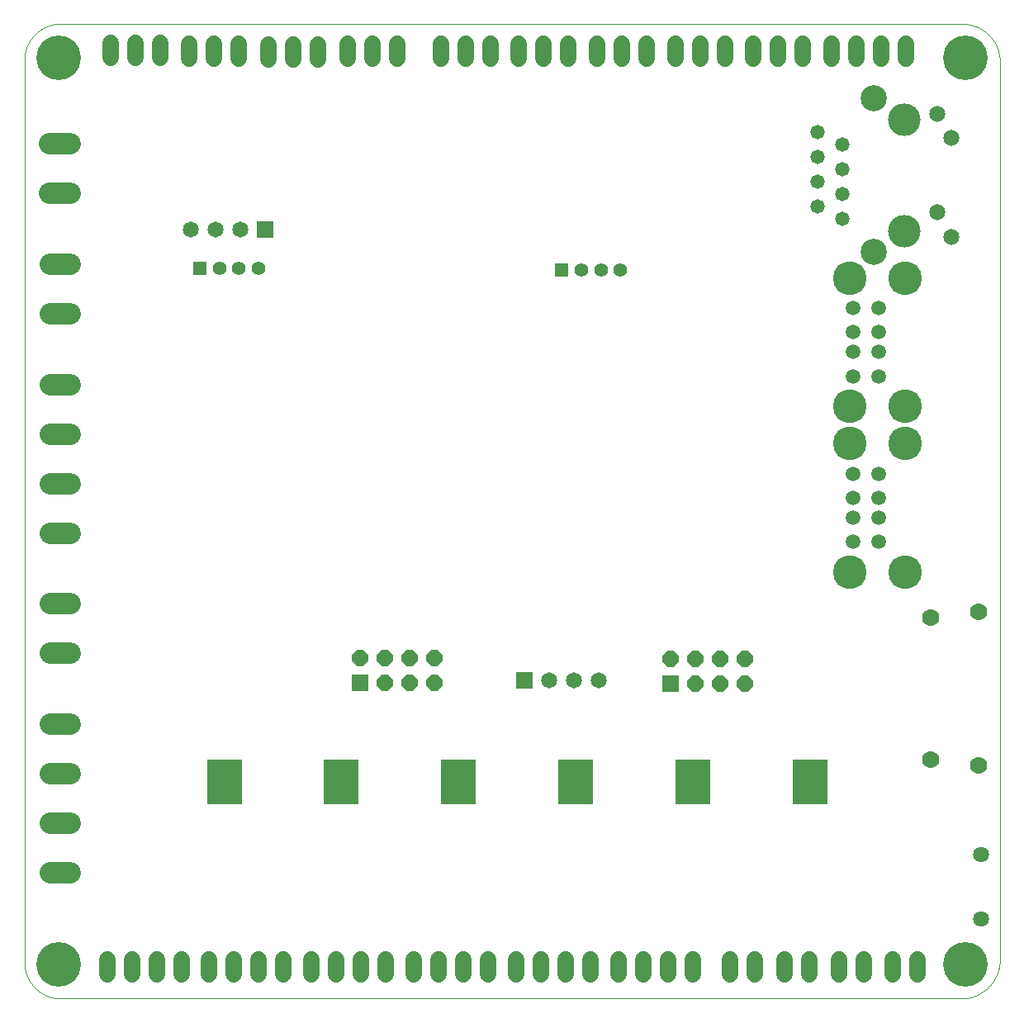
<source format=gbs>
G75*
%MOIN*%
%OFA0B0*%
%FSLAX25Y25*%
%IPPOS*%
%LPD*%
%AMOC8*
5,1,8,0,0,1.08239X$1,22.5*
%
%ADD10R,0.14370X0.18110*%
%ADD11C,0.00000*%
%ADD12C,0.06500*%
%ADD13C,0.08750*%
%ADD14C,0.06996*%
%ADD15C,0.13098*%
%ADD16C,0.05815*%
%ADD17C,0.06524*%
%ADD18C,0.10539*%
%ADD19C,0.05933*%
%ADD20C,0.13555*%
%ADD21C,0.06406*%
%ADD22R,0.06500X0.06500*%
%ADD23OC8,0.06500*%
%ADD24C,0.06500*%
%ADD25R,0.05500X0.05500*%
%ADD26C,0.05500*%
%ADD27C,0.18000*%
D10*
X0107217Y0129902D03*
X0154265Y0129902D03*
X0201509Y0129902D03*
X0248950Y0129902D03*
X0296194Y0129902D03*
X0343635Y0129902D03*
D11*
X0404363Y0042303D02*
X0040190Y0042303D01*
X0039833Y0042331D01*
X0039478Y0042368D01*
X0039123Y0042413D01*
X0038769Y0042467D01*
X0038417Y0042529D01*
X0038067Y0042600D01*
X0037718Y0042679D01*
X0037371Y0042767D01*
X0037027Y0042863D01*
X0036685Y0042967D01*
X0036346Y0043080D01*
X0036009Y0043201D01*
X0035675Y0043330D01*
X0035345Y0043466D01*
X0035018Y0043611D01*
X0034695Y0043764D01*
X0034375Y0043924D01*
X0034060Y0044092D01*
X0033748Y0044268D01*
X0033441Y0044451D01*
X0033139Y0044642D01*
X0032841Y0044840D01*
X0032548Y0045045D01*
X0032260Y0045257D01*
X0031977Y0045475D01*
X0031700Y0045701D01*
X0031428Y0045933D01*
X0031161Y0046172D01*
X0030901Y0046417D01*
X0030647Y0046669D01*
X0030399Y0046926D01*
X0030157Y0047189D01*
X0029921Y0047458D01*
X0029692Y0047733D01*
X0029470Y0048013D01*
X0029255Y0048299D01*
X0029046Y0048589D01*
X0028845Y0048885D01*
X0028651Y0049185D01*
X0028464Y0049490D01*
X0028285Y0049799D01*
X0028113Y0050113D01*
X0027949Y0050431D01*
X0027792Y0050752D01*
X0027644Y0051077D01*
X0027503Y0051406D01*
X0027370Y0051738D01*
X0027245Y0052073D01*
X0027129Y0052411D01*
X0027020Y0052752D01*
X0026920Y0053095D01*
X0026828Y0053441D01*
X0026745Y0053788D01*
X0026670Y0054138D01*
X0026603Y0054489D01*
X0026545Y0054842D01*
X0026496Y0055196D01*
X0026455Y0055552D01*
X0026422Y0055908D01*
X0026399Y0056264D01*
X0026384Y0056622D01*
X0026377Y0056979D01*
X0026379Y0057337D01*
X0026390Y0057694D01*
X0026410Y0058051D01*
X0026410Y0420256D01*
X0026391Y0420608D01*
X0026380Y0420961D01*
X0026377Y0421313D01*
X0026383Y0421666D01*
X0026398Y0422019D01*
X0026421Y0422371D01*
X0026452Y0422722D01*
X0026492Y0423073D01*
X0026541Y0423422D01*
X0026598Y0423770D01*
X0026663Y0424117D01*
X0026737Y0424462D01*
X0026819Y0424805D01*
X0026909Y0425146D01*
X0027008Y0425485D01*
X0027114Y0425821D01*
X0027229Y0426155D01*
X0027352Y0426486D01*
X0027483Y0426814D01*
X0027621Y0427138D01*
X0027768Y0427459D01*
X0027922Y0427776D01*
X0028084Y0428090D01*
X0028253Y0428399D01*
X0028430Y0428705D01*
X0028614Y0429006D01*
X0028805Y0429302D01*
X0029003Y0429594D01*
X0029209Y0429881D01*
X0029421Y0430163D01*
X0029640Y0430439D01*
X0029866Y0430711D01*
X0030098Y0430976D01*
X0030336Y0431237D01*
X0030581Y0431491D01*
X0030831Y0431739D01*
X0031088Y0431981D01*
X0031351Y0432217D01*
X0031619Y0432446D01*
X0031892Y0432669D01*
X0032171Y0432885D01*
X0032455Y0433095D01*
X0032744Y0433297D01*
X0033038Y0433493D01*
X0033336Y0433681D01*
X0033639Y0433862D01*
X0033946Y0434035D01*
X0034257Y0434202D01*
X0034572Y0434360D01*
X0034891Y0434511D01*
X0035214Y0434654D01*
X0035540Y0434790D01*
X0035869Y0434917D01*
X0036201Y0435037D01*
X0036535Y0435148D01*
X0036873Y0435251D01*
X0037212Y0435346D01*
X0037554Y0435433D01*
X0037898Y0435512D01*
X0038244Y0435582D01*
X0038591Y0435644D01*
X0038940Y0435697D01*
X0039290Y0435742D01*
X0039641Y0435779D01*
X0039993Y0435807D01*
X0405347Y0435807D01*
X0405348Y0435808D02*
X0405714Y0435794D01*
X0406080Y0435771D01*
X0406445Y0435740D01*
X0406809Y0435699D01*
X0407172Y0435650D01*
X0407534Y0435592D01*
X0407894Y0435525D01*
X0408253Y0435450D01*
X0408609Y0435366D01*
X0408964Y0435273D01*
X0409316Y0435172D01*
X0409666Y0435062D01*
X0410012Y0434944D01*
X0410356Y0434818D01*
X0410697Y0434683D01*
X0411035Y0434540D01*
X0411368Y0434389D01*
X0411699Y0434230D01*
X0412025Y0434063D01*
X0412347Y0433889D01*
X0412665Y0433706D01*
X0412978Y0433516D01*
X0413286Y0433318D01*
X0413590Y0433113D01*
X0413889Y0432901D01*
X0414182Y0432682D01*
X0414470Y0432455D01*
X0414753Y0432222D01*
X0415029Y0431982D01*
X0415300Y0431735D01*
X0415565Y0431482D01*
X0415824Y0431222D01*
X0416076Y0430956D01*
X0416322Y0430684D01*
X0416561Y0430407D01*
X0416793Y0430124D01*
X0417019Y0429835D01*
X0417237Y0429540D01*
X0417448Y0429241D01*
X0417652Y0428937D01*
X0417849Y0428627D01*
X0418038Y0428313D01*
X0418219Y0427995D01*
X0418393Y0427672D01*
X0418559Y0427346D01*
X0418716Y0427015D01*
X0418866Y0426681D01*
X0419008Y0426343D01*
X0419141Y0426001D01*
X0419266Y0425657D01*
X0419383Y0425310D01*
X0419492Y0424960D01*
X0419592Y0424607D01*
X0419683Y0424252D01*
X0419766Y0423895D01*
X0419840Y0423536D01*
X0419905Y0423176D01*
X0419962Y0422814D01*
X0420010Y0422451D01*
X0420049Y0422086D01*
X0420079Y0421721D01*
X0420101Y0421355D01*
X0420113Y0420989D01*
X0420117Y0420623D01*
X0420112Y0420256D01*
X0420111Y0420256D02*
X0420111Y0058051D01*
X0420106Y0057670D01*
X0420093Y0057290D01*
X0420070Y0056910D01*
X0420037Y0056531D01*
X0419996Y0056153D01*
X0419946Y0055776D01*
X0419886Y0055400D01*
X0419818Y0055025D01*
X0419740Y0054653D01*
X0419653Y0054282D01*
X0419558Y0053914D01*
X0419453Y0053548D01*
X0419340Y0053185D01*
X0419218Y0052824D01*
X0419088Y0052467D01*
X0418948Y0052113D01*
X0418801Y0051762D01*
X0418644Y0051415D01*
X0418480Y0051072D01*
X0418307Y0050733D01*
X0418126Y0050398D01*
X0417937Y0050067D01*
X0417740Y0049742D01*
X0417536Y0049421D01*
X0417323Y0049105D01*
X0417103Y0048795D01*
X0416876Y0048489D01*
X0416641Y0048190D01*
X0416399Y0047896D01*
X0416151Y0047608D01*
X0415895Y0047326D01*
X0415632Y0047051D01*
X0415363Y0046782D01*
X0415088Y0046519D01*
X0414806Y0046263D01*
X0414518Y0046015D01*
X0414224Y0045773D01*
X0413925Y0045538D01*
X0413619Y0045311D01*
X0413309Y0045091D01*
X0412993Y0044878D01*
X0412672Y0044674D01*
X0412347Y0044477D01*
X0412016Y0044288D01*
X0411681Y0044107D01*
X0411342Y0043934D01*
X0410999Y0043770D01*
X0410652Y0043613D01*
X0410301Y0043466D01*
X0409947Y0043326D01*
X0409590Y0043196D01*
X0409229Y0043074D01*
X0408866Y0042961D01*
X0408500Y0042856D01*
X0408132Y0042761D01*
X0407761Y0042674D01*
X0407389Y0042596D01*
X0407014Y0042528D01*
X0406638Y0042468D01*
X0406261Y0042418D01*
X0405883Y0042377D01*
X0405504Y0042344D01*
X0405124Y0042321D01*
X0404744Y0042308D01*
X0404363Y0042303D01*
X0375072Y0352264D02*
X0375074Y0352422D01*
X0375080Y0352580D01*
X0375090Y0352738D01*
X0375104Y0352896D01*
X0375122Y0353053D01*
X0375143Y0353210D01*
X0375169Y0353366D01*
X0375199Y0353522D01*
X0375232Y0353677D01*
X0375270Y0353830D01*
X0375311Y0353983D01*
X0375356Y0354135D01*
X0375405Y0354286D01*
X0375458Y0354435D01*
X0375514Y0354583D01*
X0375574Y0354729D01*
X0375638Y0354874D01*
X0375706Y0355017D01*
X0375777Y0355159D01*
X0375851Y0355299D01*
X0375929Y0355436D01*
X0376011Y0355572D01*
X0376095Y0355706D01*
X0376184Y0355837D01*
X0376275Y0355966D01*
X0376370Y0356093D01*
X0376467Y0356218D01*
X0376568Y0356340D01*
X0376672Y0356459D01*
X0376779Y0356576D01*
X0376889Y0356690D01*
X0377002Y0356801D01*
X0377117Y0356910D01*
X0377235Y0357015D01*
X0377356Y0357117D01*
X0377479Y0357217D01*
X0377605Y0357313D01*
X0377733Y0357406D01*
X0377863Y0357496D01*
X0377996Y0357582D01*
X0378131Y0357666D01*
X0378267Y0357745D01*
X0378406Y0357822D01*
X0378547Y0357894D01*
X0378689Y0357964D01*
X0378833Y0358029D01*
X0378979Y0358091D01*
X0379126Y0358149D01*
X0379275Y0358204D01*
X0379425Y0358255D01*
X0379576Y0358302D01*
X0379728Y0358345D01*
X0379881Y0358384D01*
X0380036Y0358420D01*
X0380191Y0358451D01*
X0380347Y0358479D01*
X0380503Y0358503D01*
X0380660Y0358523D01*
X0380818Y0358539D01*
X0380975Y0358551D01*
X0381134Y0358559D01*
X0381292Y0358563D01*
X0381450Y0358563D01*
X0381608Y0358559D01*
X0381767Y0358551D01*
X0381924Y0358539D01*
X0382082Y0358523D01*
X0382239Y0358503D01*
X0382395Y0358479D01*
X0382551Y0358451D01*
X0382706Y0358420D01*
X0382861Y0358384D01*
X0383014Y0358345D01*
X0383166Y0358302D01*
X0383317Y0358255D01*
X0383467Y0358204D01*
X0383616Y0358149D01*
X0383763Y0358091D01*
X0383909Y0358029D01*
X0384053Y0357964D01*
X0384195Y0357894D01*
X0384336Y0357822D01*
X0384475Y0357745D01*
X0384611Y0357666D01*
X0384746Y0357582D01*
X0384879Y0357496D01*
X0385009Y0357406D01*
X0385137Y0357313D01*
X0385263Y0357217D01*
X0385386Y0357117D01*
X0385507Y0357015D01*
X0385625Y0356910D01*
X0385740Y0356801D01*
X0385853Y0356690D01*
X0385963Y0356576D01*
X0386070Y0356459D01*
X0386174Y0356340D01*
X0386275Y0356218D01*
X0386372Y0356093D01*
X0386467Y0355966D01*
X0386558Y0355837D01*
X0386647Y0355706D01*
X0386731Y0355572D01*
X0386813Y0355436D01*
X0386891Y0355299D01*
X0386965Y0355159D01*
X0387036Y0355017D01*
X0387104Y0354874D01*
X0387168Y0354729D01*
X0387228Y0354583D01*
X0387284Y0354435D01*
X0387337Y0354286D01*
X0387386Y0354135D01*
X0387431Y0353983D01*
X0387472Y0353830D01*
X0387510Y0353677D01*
X0387543Y0353522D01*
X0387573Y0353366D01*
X0387599Y0353210D01*
X0387620Y0353053D01*
X0387638Y0352896D01*
X0387652Y0352738D01*
X0387662Y0352580D01*
X0387668Y0352422D01*
X0387670Y0352264D01*
X0387668Y0352106D01*
X0387662Y0351948D01*
X0387652Y0351790D01*
X0387638Y0351632D01*
X0387620Y0351475D01*
X0387599Y0351318D01*
X0387573Y0351162D01*
X0387543Y0351006D01*
X0387510Y0350851D01*
X0387472Y0350698D01*
X0387431Y0350545D01*
X0387386Y0350393D01*
X0387337Y0350242D01*
X0387284Y0350093D01*
X0387228Y0349945D01*
X0387168Y0349799D01*
X0387104Y0349654D01*
X0387036Y0349511D01*
X0386965Y0349369D01*
X0386891Y0349229D01*
X0386813Y0349092D01*
X0386731Y0348956D01*
X0386647Y0348822D01*
X0386558Y0348691D01*
X0386467Y0348562D01*
X0386372Y0348435D01*
X0386275Y0348310D01*
X0386174Y0348188D01*
X0386070Y0348069D01*
X0385963Y0347952D01*
X0385853Y0347838D01*
X0385740Y0347727D01*
X0385625Y0347618D01*
X0385507Y0347513D01*
X0385386Y0347411D01*
X0385263Y0347311D01*
X0385137Y0347215D01*
X0385009Y0347122D01*
X0384879Y0347032D01*
X0384746Y0346946D01*
X0384611Y0346862D01*
X0384475Y0346783D01*
X0384336Y0346706D01*
X0384195Y0346634D01*
X0384053Y0346564D01*
X0383909Y0346499D01*
X0383763Y0346437D01*
X0383616Y0346379D01*
X0383467Y0346324D01*
X0383317Y0346273D01*
X0383166Y0346226D01*
X0383014Y0346183D01*
X0382861Y0346144D01*
X0382706Y0346108D01*
X0382551Y0346077D01*
X0382395Y0346049D01*
X0382239Y0346025D01*
X0382082Y0346005D01*
X0381924Y0345989D01*
X0381767Y0345977D01*
X0381608Y0345969D01*
X0381450Y0345965D01*
X0381292Y0345965D01*
X0381134Y0345969D01*
X0380975Y0345977D01*
X0380818Y0345989D01*
X0380660Y0346005D01*
X0380503Y0346025D01*
X0380347Y0346049D01*
X0380191Y0346077D01*
X0380036Y0346108D01*
X0379881Y0346144D01*
X0379728Y0346183D01*
X0379576Y0346226D01*
X0379425Y0346273D01*
X0379275Y0346324D01*
X0379126Y0346379D01*
X0378979Y0346437D01*
X0378833Y0346499D01*
X0378689Y0346564D01*
X0378547Y0346634D01*
X0378406Y0346706D01*
X0378267Y0346783D01*
X0378131Y0346862D01*
X0377996Y0346946D01*
X0377863Y0347032D01*
X0377733Y0347122D01*
X0377605Y0347215D01*
X0377479Y0347311D01*
X0377356Y0347411D01*
X0377235Y0347513D01*
X0377117Y0347618D01*
X0377002Y0347727D01*
X0376889Y0347838D01*
X0376779Y0347952D01*
X0376672Y0348069D01*
X0376568Y0348188D01*
X0376467Y0348310D01*
X0376370Y0348435D01*
X0376275Y0348562D01*
X0376184Y0348691D01*
X0376095Y0348822D01*
X0376011Y0348956D01*
X0375929Y0349092D01*
X0375851Y0349229D01*
X0375777Y0349369D01*
X0375706Y0349511D01*
X0375638Y0349654D01*
X0375574Y0349799D01*
X0375514Y0349945D01*
X0375458Y0350093D01*
X0375405Y0350242D01*
X0375356Y0350393D01*
X0375311Y0350545D01*
X0375270Y0350698D01*
X0375232Y0350851D01*
X0375199Y0351006D01*
X0375169Y0351162D01*
X0375143Y0351318D01*
X0375122Y0351475D01*
X0375104Y0351632D01*
X0375090Y0351790D01*
X0375080Y0351948D01*
X0375074Y0352106D01*
X0375072Y0352264D01*
X0375072Y0397264D02*
X0375074Y0397422D01*
X0375080Y0397580D01*
X0375090Y0397738D01*
X0375104Y0397896D01*
X0375122Y0398053D01*
X0375143Y0398210D01*
X0375169Y0398366D01*
X0375199Y0398522D01*
X0375232Y0398677D01*
X0375270Y0398830D01*
X0375311Y0398983D01*
X0375356Y0399135D01*
X0375405Y0399286D01*
X0375458Y0399435D01*
X0375514Y0399583D01*
X0375574Y0399729D01*
X0375638Y0399874D01*
X0375706Y0400017D01*
X0375777Y0400159D01*
X0375851Y0400299D01*
X0375929Y0400436D01*
X0376011Y0400572D01*
X0376095Y0400706D01*
X0376184Y0400837D01*
X0376275Y0400966D01*
X0376370Y0401093D01*
X0376467Y0401218D01*
X0376568Y0401340D01*
X0376672Y0401459D01*
X0376779Y0401576D01*
X0376889Y0401690D01*
X0377002Y0401801D01*
X0377117Y0401910D01*
X0377235Y0402015D01*
X0377356Y0402117D01*
X0377479Y0402217D01*
X0377605Y0402313D01*
X0377733Y0402406D01*
X0377863Y0402496D01*
X0377996Y0402582D01*
X0378131Y0402666D01*
X0378267Y0402745D01*
X0378406Y0402822D01*
X0378547Y0402894D01*
X0378689Y0402964D01*
X0378833Y0403029D01*
X0378979Y0403091D01*
X0379126Y0403149D01*
X0379275Y0403204D01*
X0379425Y0403255D01*
X0379576Y0403302D01*
X0379728Y0403345D01*
X0379881Y0403384D01*
X0380036Y0403420D01*
X0380191Y0403451D01*
X0380347Y0403479D01*
X0380503Y0403503D01*
X0380660Y0403523D01*
X0380818Y0403539D01*
X0380975Y0403551D01*
X0381134Y0403559D01*
X0381292Y0403563D01*
X0381450Y0403563D01*
X0381608Y0403559D01*
X0381767Y0403551D01*
X0381924Y0403539D01*
X0382082Y0403523D01*
X0382239Y0403503D01*
X0382395Y0403479D01*
X0382551Y0403451D01*
X0382706Y0403420D01*
X0382861Y0403384D01*
X0383014Y0403345D01*
X0383166Y0403302D01*
X0383317Y0403255D01*
X0383467Y0403204D01*
X0383616Y0403149D01*
X0383763Y0403091D01*
X0383909Y0403029D01*
X0384053Y0402964D01*
X0384195Y0402894D01*
X0384336Y0402822D01*
X0384475Y0402745D01*
X0384611Y0402666D01*
X0384746Y0402582D01*
X0384879Y0402496D01*
X0385009Y0402406D01*
X0385137Y0402313D01*
X0385263Y0402217D01*
X0385386Y0402117D01*
X0385507Y0402015D01*
X0385625Y0401910D01*
X0385740Y0401801D01*
X0385853Y0401690D01*
X0385963Y0401576D01*
X0386070Y0401459D01*
X0386174Y0401340D01*
X0386275Y0401218D01*
X0386372Y0401093D01*
X0386467Y0400966D01*
X0386558Y0400837D01*
X0386647Y0400706D01*
X0386731Y0400572D01*
X0386813Y0400436D01*
X0386891Y0400299D01*
X0386965Y0400159D01*
X0387036Y0400017D01*
X0387104Y0399874D01*
X0387168Y0399729D01*
X0387228Y0399583D01*
X0387284Y0399435D01*
X0387337Y0399286D01*
X0387386Y0399135D01*
X0387431Y0398983D01*
X0387472Y0398830D01*
X0387510Y0398677D01*
X0387543Y0398522D01*
X0387573Y0398366D01*
X0387599Y0398210D01*
X0387620Y0398053D01*
X0387638Y0397896D01*
X0387652Y0397738D01*
X0387662Y0397580D01*
X0387668Y0397422D01*
X0387670Y0397264D01*
X0387668Y0397106D01*
X0387662Y0396948D01*
X0387652Y0396790D01*
X0387638Y0396632D01*
X0387620Y0396475D01*
X0387599Y0396318D01*
X0387573Y0396162D01*
X0387543Y0396006D01*
X0387510Y0395851D01*
X0387472Y0395698D01*
X0387431Y0395545D01*
X0387386Y0395393D01*
X0387337Y0395242D01*
X0387284Y0395093D01*
X0387228Y0394945D01*
X0387168Y0394799D01*
X0387104Y0394654D01*
X0387036Y0394511D01*
X0386965Y0394369D01*
X0386891Y0394229D01*
X0386813Y0394092D01*
X0386731Y0393956D01*
X0386647Y0393822D01*
X0386558Y0393691D01*
X0386467Y0393562D01*
X0386372Y0393435D01*
X0386275Y0393310D01*
X0386174Y0393188D01*
X0386070Y0393069D01*
X0385963Y0392952D01*
X0385853Y0392838D01*
X0385740Y0392727D01*
X0385625Y0392618D01*
X0385507Y0392513D01*
X0385386Y0392411D01*
X0385263Y0392311D01*
X0385137Y0392215D01*
X0385009Y0392122D01*
X0384879Y0392032D01*
X0384746Y0391946D01*
X0384611Y0391862D01*
X0384475Y0391783D01*
X0384336Y0391706D01*
X0384195Y0391634D01*
X0384053Y0391564D01*
X0383909Y0391499D01*
X0383763Y0391437D01*
X0383616Y0391379D01*
X0383467Y0391324D01*
X0383317Y0391273D01*
X0383166Y0391226D01*
X0383014Y0391183D01*
X0382861Y0391144D01*
X0382706Y0391108D01*
X0382551Y0391077D01*
X0382395Y0391049D01*
X0382239Y0391025D01*
X0382082Y0391005D01*
X0381924Y0390989D01*
X0381767Y0390977D01*
X0381608Y0390969D01*
X0381450Y0390965D01*
X0381292Y0390965D01*
X0381134Y0390969D01*
X0380975Y0390977D01*
X0380818Y0390989D01*
X0380660Y0391005D01*
X0380503Y0391025D01*
X0380347Y0391049D01*
X0380191Y0391077D01*
X0380036Y0391108D01*
X0379881Y0391144D01*
X0379728Y0391183D01*
X0379576Y0391226D01*
X0379425Y0391273D01*
X0379275Y0391324D01*
X0379126Y0391379D01*
X0378979Y0391437D01*
X0378833Y0391499D01*
X0378689Y0391564D01*
X0378547Y0391634D01*
X0378406Y0391706D01*
X0378267Y0391783D01*
X0378131Y0391862D01*
X0377996Y0391946D01*
X0377863Y0392032D01*
X0377733Y0392122D01*
X0377605Y0392215D01*
X0377479Y0392311D01*
X0377356Y0392411D01*
X0377235Y0392513D01*
X0377117Y0392618D01*
X0377002Y0392727D01*
X0376889Y0392838D01*
X0376779Y0392952D01*
X0376672Y0393069D01*
X0376568Y0393188D01*
X0376467Y0393310D01*
X0376370Y0393435D01*
X0376275Y0393562D01*
X0376184Y0393691D01*
X0376095Y0393822D01*
X0376011Y0393956D01*
X0375929Y0394092D01*
X0375851Y0394229D01*
X0375777Y0394369D01*
X0375706Y0394511D01*
X0375638Y0394654D01*
X0375574Y0394799D01*
X0375514Y0394945D01*
X0375458Y0395093D01*
X0375405Y0395242D01*
X0375356Y0395393D01*
X0375311Y0395545D01*
X0375270Y0395698D01*
X0375232Y0395851D01*
X0375199Y0396006D01*
X0375169Y0396162D01*
X0375143Y0396318D01*
X0375122Y0396475D01*
X0375104Y0396632D01*
X0375090Y0396790D01*
X0375080Y0396948D01*
X0375074Y0397106D01*
X0375072Y0397264D01*
D12*
X0372080Y0421921D02*
X0372080Y0427921D01*
X0382080Y0427921D02*
X0382080Y0421921D01*
X0362080Y0421921D02*
X0362080Y0427921D01*
X0352080Y0427921D02*
X0352080Y0421921D01*
X0340564Y0421921D02*
X0340564Y0427921D01*
X0330564Y0427921D02*
X0330564Y0421921D01*
X0320564Y0421921D02*
X0320564Y0427921D01*
X0309068Y0427882D02*
X0309068Y0421882D01*
X0299068Y0421882D02*
X0299068Y0427882D01*
X0289068Y0427882D02*
X0289068Y0421882D01*
X0277572Y0421921D02*
X0277572Y0427921D01*
X0267572Y0427921D02*
X0267572Y0421921D01*
X0257572Y0421921D02*
X0257572Y0427921D01*
X0245918Y0427921D02*
X0245918Y0421921D01*
X0235918Y0421921D02*
X0235918Y0427921D01*
X0225918Y0427921D02*
X0225918Y0421921D01*
X0214481Y0421882D02*
X0214481Y0427882D01*
X0204481Y0427882D02*
X0204481Y0421882D01*
X0194481Y0421882D02*
X0194481Y0427882D01*
X0176725Y0427744D02*
X0176725Y0421744D01*
X0166725Y0421744D02*
X0166725Y0427744D01*
X0156725Y0427744D02*
X0156725Y0421744D01*
X0144757Y0421587D02*
X0144757Y0427587D01*
X0134757Y0427587D02*
X0134757Y0421587D01*
X0124757Y0421587D02*
X0124757Y0427587D01*
X0112828Y0427902D02*
X0112828Y0421902D01*
X0102828Y0421902D02*
X0102828Y0427902D01*
X0092828Y0427902D02*
X0092828Y0421902D01*
X0081036Y0422118D02*
X0081036Y0428118D01*
X0071036Y0428118D02*
X0071036Y0422118D01*
X0061036Y0422118D02*
X0061036Y0428118D01*
X0059737Y0058000D02*
X0059737Y0052000D01*
X0069737Y0052000D02*
X0069737Y0058000D01*
X0079737Y0058000D02*
X0079737Y0052000D01*
X0089737Y0052000D02*
X0089737Y0058000D01*
X0100997Y0058079D02*
X0100997Y0052079D01*
X0110997Y0052079D02*
X0110997Y0058079D01*
X0120997Y0058079D02*
X0120997Y0052079D01*
X0130997Y0052079D02*
X0130997Y0058079D01*
X0142217Y0058157D02*
X0142217Y0052157D01*
X0152217Y0052157D02*
X0152217Y0058157D01*
X0162217Y0058157D02*
X0162217Y0052157D01*
X0172217Y0052157D02*
X0172217Y0058157D01*
X0183556Y0058197D02*
X0183556Y0052197D01*
X0193556Y0052197D02*
X0193556Y0058197D01*
X0203556Y0058197D02*
X0203556Y0052197D01*
X0213556Y0052197D02*
X0213556Y0058197D01*
X0224894Y0058157D02*
X0224894Y0052157D01*
X0234894Y0052157D02*
X0234894Y0058157D01*
X0244894Y0058157D02*
X0244894Y0052157D01*
X0254894Y0052157D02*
X0254894Y0058157D01*
X0266253Y0058197D02*
X0266253Y0052197D01*
X0276253Y0052197D02*
X0276253Y0058197D01*
X0286253Y0058197D02*
X0286253Y0052197D01*
X0296253Y0052197D02*
X0296253Y0058197D01*
X0311351Y0058197D02*
X0311351Y0052197D01*
X0321351Y0052197D02*
X0321351Y0058197D01*
X0333261Y0058197D02*
X0333261Y0052197D01*
X0343261Y0052197D02*
X0343261Y0058197D01*
X0355111Y0058197D02*
X0355111Y0052197D01*
X0365111Y0052197D02*
X0365111Y0058197D01*
X0376824Y0058197D02*
X0376824Y0052197D01*
X0386824Y0052197D02*
X0386824Y0058197D01*
D13*
X0045023Y0093209D02*
X0036773Y0093209D01*
X0036773Y0113209D02*
X0045023Y0113209D01*
X0045023Y0133209D02*
X0036773Y0133209D01*
X0036773Y0153209D02*
X0045023Y0153209D01*
X0045023Y0181713D02*
X0036773Y0181713D01*
X0036773Y0201713D02*
X0045023Y0201713D01*
X0045023Y0230217D02*
X0036773Y0230217D01*
X0036773Y0250217D02*
X0045023Y0250217D01*
X0045023Y0270217D02*
X0036773Y0270217D01*
X0036773Y0290217D02*
X0045023Y0290217D01*
X0045023Y0318720D02*
X0036773Y0318720D01*
X0036773Y0338720D02*
X0045023Y0338720D01*
X0044925Y0367343D02*
X0036675Y0367343D01*
X0036675Y0387343D02*
X0044925Y0387343D01*
D14*
X0392080Y0196004D03*
X0411371Y0198366D03*
X0411371Y0136555D03*
X0392080Y0138917D03*
D15*
X0381371Y0352264D03*
X0381371Y0397264D03*
D16*
X0356371Y0387264D03*
X0356371Y0377264D03*
X0356371Y0367264D03*
X0356371Y0357264D03*
X0346371Y0362264D03*
X0346371Y0372264D03*
X0346371Y0382264D03*
X0346371Y0392264D03*
D17*
X0394757Y0399567D03*
X0400662Y0389724D03*
X0394757Y0359803D03*
X0400662Y0349961D03*
D18*
X0369363Y0343760D03*
X0369363Y0405768D03*
D19*
X0371272Y0321142D03*
X0371272Y0311299D03*
X0371272Y0303425D03*
X0371272Y0293583D03*
X0360957Y0293583D03*
X0360957Y0303425D03*
X0360957Y0311299D03*
X0360957Y0321142D03*
X0360957Y0254213D03*
X0360957Y0244370D03*
X0360957Y0236496D03*
X0360957Y0226654D03*
X0371272Y0226654D03*
X0371272Y0236496D03*
X0371272Y0244370D03*
X0371272Y0254213D03*
D20*
X0381942Y0266299D03*
X0381942Y0281496D03*
X0359580Y0281496D03*
X0359580Y0266299D03*
X0359580Y0214567D03*
X0381942Y0214567D03*
X0381942Y0333228D03*
X0359580Y0333228D03*
D21*
X0412670Y0100531D03*
X0412670Y0074547D03*
D22*
X0287198Y0169390D03*
X0228339Y0170846D03*
X0161922Y0169665D03*
X0123694Y0352736D03*
D23*
X0161922Y0179665D03*
X0171922Y0179665D03*
X0171922Y0169665D03*
X0181922Y0169665D03*
X0191922Y0169665D03*
X0191922Y0179665D03*
X0181922Y0179665D03*
X0287198Y0179390D03*
X0297198Y0179390D03*
X0307198Y0179390D03*
X0317198Y0179390D03*
X0317198Y0169390D03*
X0307198Y0169390D03*
X0297198Y0169390D03*
D24*
X0258339Y0170846D03*
X0248339Y0170846D03*
X0238339Y0170846D03*
X0113694Y0352736D03*
X0103694Y0352736D03*
X0093694Y0352736D03*
D25*
X0097276Y0336988D03*
X0243339Y0336398D03*
D26*
X0251213Y0336398D03*
X0259087Y0336398D03*
X0266961Y0336398D03*
X0120898Y0336988D03*
X0113024Y0336988D03*
X0105150Y0336988D03*
D27*
X0040190Y0422224D03*
X0406331Y0422224D03*
X0406331Y0056083D03*
X0040190Y0056083D03*
M02*

</source>
